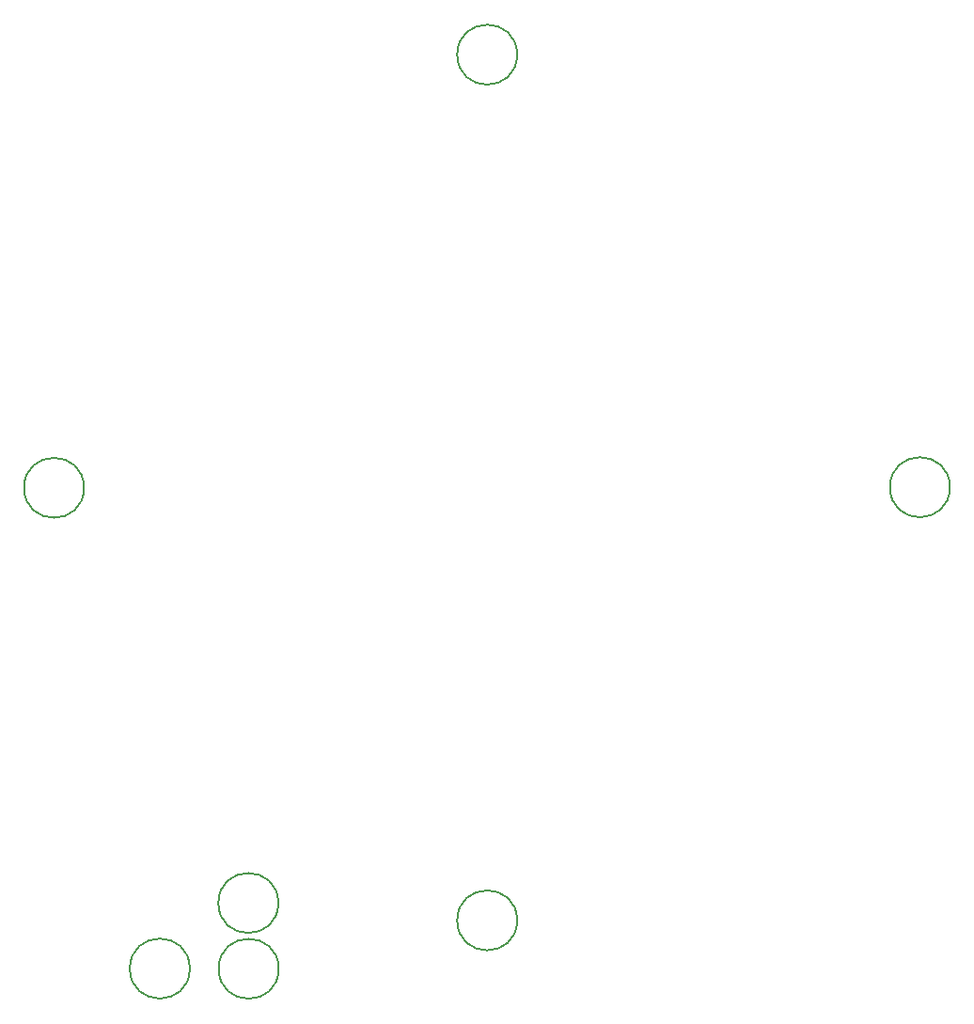
<source format=gbr>
%TF.GenerationSoftware,KiCad,Pcbnew,7.0.5*%
%TF.CreationDate,2023-07-31T21:27:44-07:00*%
%TF.ProjectId,antenna_top_cap,616e7465-6e6e-4615-9f74-6f705f636170,rev?*%
%TF.SameCoordinates,Original*%
%TF.FileFunction,Other,Comment*%
%FSLAX46Y46*%
G04 Gerber Fmt 4.6, Leading zero omitted, Abs format (unit mm)*
G04 Created by KiCad (PCBNEW 7.0.5) date 2023-07-31 21:27:44*
%MOMM*%
%LPD*%
G01*
G04 APERTURE LIST*
%ADD10C,0.150000*%
G04 APERTURE END LIST*
D10*
%TO.C,TP3*%
X139055798Y-155529400D02*
G75*
G03*
X139055798Y-155529400I-2700000J0D01*
G01*
%TO.C,TP7*%
X147055800Y-155549400D02*
G75*
G03*
X147055800Y-155549400I-2700000J0D01*
G01*
%TO.C,TP2*%
X147027277Y-149625673D02*
G75*
G03*
X147027277Y-149625673I-2700000J0D01*
G01*
%TO.C,TP5*%
X129525800Y-112239400D02*
G75*
G03*
X129525800Y-112239400I-2700000J0D01*
G01*
%TO.C,TP6*%
X168535800Y-73239400D02*
G75*
G03*
X168535800Y-73239400I-2700000J0D01*
G01*
%TO.C,TP1*%
X168535800Y-151189400D02*
G75*
G03*
X168535800Y-151189400I-2700000J0D01*
G01*
%TO.C,TP4*%
X207505800Y-112189400D02*
G75*
G03*
X207505800Y-112189400I-2700000J0D01*
G01*
%TD*%
M02*

</source>
